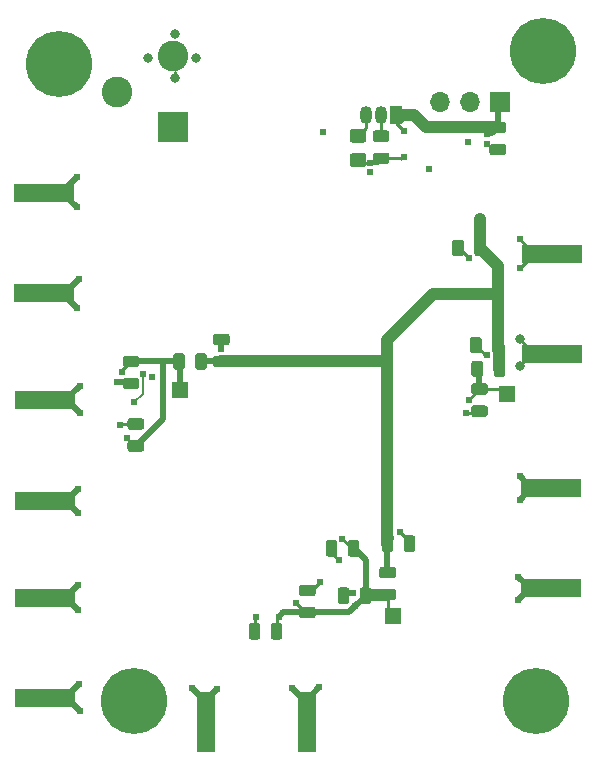
<source format=gbr>
G04 #@! TF.GenerationSoftware,KiCad,Pcbnew,(5.1.5)-3*
G04 #@! TF.CreationDate,2020-05-10T15:52:49-07:00*
G04 #@! TF.ProjectId,april_proj,61707269-6c5f-4707-926f-6a2e6b696361,rev?*
G04 #@! TF.SameCoordinates,Original*
G04 #@! TF.FileFunction,Copper,L4,Bot*
G04 #@! TF.FilePolarity,Positive*
%FSLAX46Y46*%
G04 Gerber Fmt 4.6, Leading zero omitted, Abs format (unit mm)*
G04 Created by KiCad (PCBNEW (5.1.5)-3) date 2020-05-10 15:52:49*
%MOMM*%
%LPD*%
G04 APERTURE LIST*
%ADD10C,5.599999*%
%ADD11R,1.500000X5.080000*%
%ADD12C,0.100000*%
%ADD13R,5.080000X1.500000*%
%ADD14R,1.350000X1.350000*%
%ADD15O,1.700000X1.700000*%
%ADD16R,1.700000X1.700000*%
%ADD17R,0.500000X0.500000*%
%ADD18C,2.600000*%
%ADD19R,2.600000X2.600000*%
%ADD20O,1.050000X1.500000*%
%ADD21R,1.050000X1.500000*%
%ADD22C,0.609600*%
%ADD23C,0.800000*%
%ADD24C,0.250000*%
%ADD25C,0.293370*%
%ADD26C,0.500000*%
%ADD27C,1.000000*%
%ADD28C,0.146812*%
G04 APERTURE END LIST*
D10*
X74950000Y-23875000D03*
X40375000Y-78875000D03*
X74375000Y-78875000D03*
X33975000Y-24925000D03*
D11*
X54975000Y-80625000D03*
X46475000Y-80625000D03*
G04 #@! TA.AperFunction,SMDPad,CuDef*
D12*
G36*
X40980142Y-54926174D02*
G01*
X41003803Y-54929684D01*
X41027007Y-54935496D01*
X41049529Y-54943554D01*
X41071153Y-54953782D01*
X41091670Y-54966079D01*
X41110883Y-54980329D01*
X41128607Y-54996393D01*
X41144671Y-55014117D01*
X41158921Y-55033330D01*
X41171218Y-55053847D01*
X41181446Y-55075471D01*
X41189504Y-55097993D01*
X41195316Y-55121197D01*
X41198826Y-55144858D01*
X41200000Y-55168750D01*
X41200000Y-55656250D01*
X41198826Y-55680142D01*
X41195316Y-55703803D01*
X41189504Y-55727007D01*
X41181446Y-55749529D01*
X41171218Y-55771153D01*
X41158921Y-55791670D01*
X41144671Y-55810883D01*
X41128607Y-55828607D01*
X41110883Y-55844671D01*
X41091670Y-55858921D01*
X41071153Y-55871218D01*
X41049529Y-55881446D01*
X41027007Y-55889504D01*
X41003803Y-55895316D01*
X40980142Y-55898826D01*
X40956250Y-55900000D01*
X40043750Y-55900000D01*
X40019858Y-55898826D01*
X39996197Y-55895316D01*
X39972993Y-55889504D01*
X39950471Y-55881446D01*
X39928847Y-55871218D01*
X39908330Y-55858921D01*
X39889117Y-55844671D01*
X39871393Y-55828607D01*
X39855329Y-55810883D01*
X39841079Y-55791670D01*
X39828782Y-55771153D01*
X39818554Y-55749529D01*
X39810496Y-55727007D01*
X39804684Y-55703803D01*
X39801174Y-55680142D01*
X39800000Y-55656250D01*
X39800000Y-55168750D01*
X39801174Y-55144858D01*
X39804684Y-55121197D01*
X39810496Y-55097993D01*
X39818554Y-55075471D01*
X39828782Y-55053847D01*
X39841079Y-55033330D01*
X39855329Y-55014117D01*
X39871393Y-54996393D01*
X39889117Y-54980329D01*
X39908330Y-54966079D01*
X39928847Y-54953782D01*
X39950471Y-54943554D01*
X39972993Y-54935496D01*
X39996197Y-54929684D01*
X40019858Y-54926174D01*
X40043750Y-54925000D01*
X40956250Y-54925000D01*
X40980142Y-54926174D01*
G37*
G04 #@! TD.AperFunction*
G04 #@! TA.AperFunction,SMDPad,CuDef*
G36*
X40980142Y-56801174D02*
G01*
X41003803Y-56804684D01*
X41027007Y-56810496D01*
X41049529Y-56818554D01*
X41071153Y-56828782D01*
X41091670Y-56841079D01*
X41110883Y-56855329D01*
X41128607Y-56871393D01*
X41144671Y-56889117D01*
X41158921Y-56908330D01*
X41171218Y-56928847D01*
X41181446Y-56950471D01*
X41189504Y-56972993D01*
X41195316Y-56996197D01*
X41198826Y-57019858D01*
X41200000Y-57043750D01*
X41200000Y-57531250D01*
X41198826Y-57555142D01*
X41195316Y-57578803D01*
X41189504Y-57602007D01*
X41181446Y-57624529D01*
X41171218Y-57646153D01*
X41158921Y-57666670D01*
X41144671Y-57685883D01*
X41128607Y-57703607D01*
X41110883Y-57719671D01*
X41091670Y-57733921D01*
X41071153Y-57746218D01*
X41049529Y-57756446D01*
X41027007Y-57764504D01*
X41003803Y-57770316D01*
X40980142Y-57773826D01*
X40956250Y-57775000D01*
X40043750Y-57775000D01*
X40019858Y-57773826D01*
X39996197Y-57770316D01*
X39972993Y-57764504D01*
X39950471Y-57756446D01*
X39928847Y-57746218D01*
X39908330Y-57733921D01*
X39889117Y-57719671D01*
X39871393Y-57703607D01*
X39855329Y-57685883D01*
X39841079Y-57666670D01*
X39828782Y-57646153D01*
X39818554Y-57624529D01*
X39810496Y-57602007D01*
X39804684Y-57578803D01*
X39801174Y-57555142D01*
X39800000Y-57531250D01*
X39800000Y-57043750D01*
X39801174Y-57019858D01*
X39804684Y-56996197D01*
X39810496Y-56972993D01*
X39818554Y-56950471D01*
X39828782Y-56928847D01*
X39841079Y-56908330D01*
X39855329Y-56889117D01*
X39871393Y-56871393D01*
X39889117Y-56855329D01*
X39908330Y-56841079D01*
X39928847Y-56828782D01*
X39950471Y-56818554D01*
X39972993Y-56810496D01*
X39996197Y-56804684D01*
X40019858Y-56801174D01*
X40043750Y-56800000D01*
X40956250Y-56800000D01*
X40980142Y-56801174D01*
G37*
G04 #@! TD.AperFunction*
D13*
X32825000Y-78625000D03*
X32825000Y-70125000D03*
G04 #@! TA.AperFunction,SMDPad,CuDef*
D12*
G36*
X50830142Y-72276174D02*
G01*
X50853803Y-72279684D01*
X50877007Y-72285496D01*
X50899529Y-72293554D01*
X50921153Y-72303782D01*
X50941670Y-72316079D01*
X50960883Y-72330329D01*
X50978607Y-72346393D01*
X50994671Y-72364117D01*
X51008921Y-72383330D01*
X51021218Y-72403847D01*
X51031446Y-72425471D01*
X51039504Y-72447993D01*
X51045316Y-72471197D01*
X51048826Y-72494858D01*
X51050000Y-72518750D01*
X51050000Y-73431250D01*
X51048826Y-73455142D01*
X51045316Y-73478803D01*
X51039504Y-73502007D01*
X51031446Y-73524529D01*
X51021218Y-73546153D01*
X51008921Y-73566670D01*
X50994671Y-73585883D01*
X50978607Y-73603607D01*
X50960883Y-73619671D01*
X50941670Y-73633921D01*
X50921153Y-73646218D01*
X50899529Y-73656446D01*
X50877007Y-73664504D01*
X50853803Y-73670316D01*
X50830142Y-73673826D01*
X50806250Y-73675000D01*
X50318750Y-73675000D01*
X50294858Y-73673826D01*
X50271197Y-73670316D01*
X50247993Y-73664504D01*
X50225471Y-73656446D01*
X50203847Y-73646218D01*
X50183330Y-73633921D01*
X50164117Y-73619671D01*
X50146393Y-73603607D01*
X50130329Y-73585883D01*
X50116079Y-73566670D01*
X50103782Y-73546153D01*
X50093554Y-73524529D01*
X50085496Y-73502007D01*
X50079684Y-73478803D01*
X50076174Y-73455142D01*
X50075000Y-73431250D01*
X50075000Y-72518750D01*
X50076174Y-72494858D01*
X50079684Y-72471197D01*
X50085496Y-72447993D01*
X50093554Y-72425471D01*
X50103782Y-72403847D01*
X50116079Y-72383330D01*
X50130329Y-72364117D01*
X50146393Y-72346393D01*
X50164117Y-72330329D01*
X50183330Y-72316079D01*
X50203847Y-72303782D01*
X50225471Y-72293554D01*
X50247993Y-72285496D01*
X50271197Y-72279684D01*
X50294858Y-72276174D01*
X50318750Y-72275000D01*
X50806250Y-72275000D01*
X50830142Y-72276174D01*
G37*
G04 #@! TD.AperFunction*
G04 #@! TA.AperFunction,SMDPad,CuDef*
G36*
X52705142Y-72276174D02*
G01*
X52728803Y-72279684D01*
X52752007Y-72285496D01*
X52774529Y-72293554D01*
X52796153Y-72303782D01*
X52816670Y-72316079D01*
X52835883Y-72330329D01*
X52853607Y-72346393D01*
X52869671Y-72364117D01*
X52883921Y-72383330D01*
X52896218Y-72403847D01*
X52906446Y-72425471D01*
X52914504Y-72447993D01*
X52920316Y-72471197D01*
X52923826Y-72494858D01*
X52925000Y-72518750D01*
X52925000Y-73431250D01*
X52923826Y-73455142D01*
X52920316Y-73478803D01*
X52914504Y-73502007D01*
X52906446Y-73524529D01*
X52896218Y-73546153D01*
X52883921Y-73566670D01*
X52869671Y-73585883D01*
X52853607Y-73603607D01*
X52835883Y-73619671D01*
X52816670Y-73633921D01*
X52796153Y-73646218D01*
X52774529Y-73656446D01*
X52752007Y-73664504D01*
X52728803Y-73670316D01*
X52705142Y-73673826D01*
X52681250Y-73675000D01*
X52193750Y-73675000D01*
X52169858Y-73673826D01*
X52146197Y-73670316D01*
X52122993Y-73664504D01*
X52100471Y-73656446D01*
X52078847Y-73646218D01*
X52058330Y-73633921D01*
X52039117Y-73619671D01*
X52021393Y-73603607D01*
X52005329Y-73585883D01*
X51991079Y-73566670D01*
X51978782Y-73546153D01*
X51968554Y-73524529D01*
X51960496Y-73502007D01*
X51954684Y-73478803D01*
X51951174Y-73455142D01*
X51950000Y-73431250D01*
X51950000Y-72518750D01*
X51951174Y-72494858D01*
X51954684Y-72471197D01*
X51960496Y-72447993D01*
X51968554Y-72425471D01*
X51978782Y-72403847D01*
X51991079Y-72383330D01*
X52005329Y-72364117D01*
X52021393Y-72346393D01*
X52039117Y-72330329D01*
X52058330Y-72316079D01*
X52078847Y-72303782D01*
X52100471Y-72293554D01*
X52122993Y-72285496D01*
X52146197Y-72279684D01*
X52169858Y-72276174D01*
X52193750Y-72275000D01*
X52681250Y-72275000D01*
X52705142Y-72276174D01*
G37*
G04 #@! TD.AperFunction*
D14*
X71950000Y-52900000D03*
X62300000Y-71700000D03*
X44225000Y-52550000D03*
D15*
X66295000Y-28125000D03*
X68835000Y-28125000D03*
D16*
X71375000Y-28125000D03*
D13*
X32750000Y-44325000D03*
X32750000Y-35825000D03*
D17*
X63175000Y-30600000D03*
X63175000Y-32800000D03*
D13*
X75700000Y-69350000D03*
X75700000Y-60850000D03*
G04 #@! TA.AperFunction,SMDPad,CuDef*
D12*
G36*
X71630142Y-29813674D02*
G01*
X71653803Y-29817184D01*
X71677007Y-29822996D01*
X71699529Y-29831054D01*
X71721153Y-29841282D01*
X71741670Y-29853579D01*
X71760883Y-29867829D01*
X71778607Y-29883893D01*
X71794671Y-29901617D01*
X71808921Y-29920830D01*
X71821218Y-29941347D01*
X71831446Y-29962971D01*
X71839504Y-29985493D01*
X71845316Y-30008697D01*
X71848826Y-30032358D01*
X71850000Y-30056250D01*
X71850000Y-30543750D01*
X71848826Y-30567642D01*
X71845316Y-30591303D01*
X71839504Y-30614507D01*
X71831446Y-30637029D01*
X71821218Y-30658653D01*
X71808921Y-30679170D01*
X71794671Y-30698383D01*
X71778607Y-30716107D01*
X71760883Y-30732171D01*
X71741670Y-30746421D01*
X71721153Y-30758718D01*
X71699529Y-30768946D01*
X71677007Y-30777004D01*
X71653803Y-30782816D01*
X71630142Y-30786326D01*
X71606250Y-30787500D01*
X70693750Y-30787500D01*
X70669858Y-30786326D01*
X70646197Y-30782816D01*
X70622993Y-30777004D01*
X70600471Y-30768946D01*
X70578847Y-30758718D01*
X70558330Y-30746421D01*
X70539117Y-30732171D01*
X70521393Y-30716107D01*
X70505329Y-30698383D01*
X70491079Y-30679170D01*
X70478782Y-30658653D01*
X70468554Y-30637029D01*
X70460496Y-30614507D01*
X70454684Y-30591303D01*
X70451174Y-30567642D01*
X70450000Y-30543750D01*
X70450000Y-30056250D01*
X70451174Y-30032358D01*
X70454684Y-30008697D01*
X70460496Y-29985493D01*
X70468554Y-29962971D01*
X70478782Y-29941347D01*
X70491079Y-29920830D01*
X70505329Y-29901617D01*
X70521393Y-29883893D01*
X70539117Y-29867829D01*
X70558330Y-29853579D01*
X70578847Y-29841282D01*
X70600471Y-29831054D01*
X70622993Y-29822996D01*
X70646197Y-29817184D01*
X70669858Y-29813674D01*
X70693750Y-29812500D01*
X71606250Y-29812500D01*
X71630142Y-29813674D01*
G37*
G04 #@! TD.AperFunction*
G04 #@! TA.AperFunction,SMDPad,CuDef*
G36*
X71630142Y-31688674D02*
G01*
X71653803Y-31692184D01*
X71677007Y-31697996D01*
X71699529Y-31706054D01*
X71721153Y-31716282D01*
X71741670Y-31728579D01*
X71760883Y-31742829D01*
X71778607Y-31758893D01*
X71794671Y-31776617D01*
X71808921Y-31795830D01*
X71821218Y-31816347D01*
X71831446Y-31837971D01*
X71839504Y-31860493D01*
X71845316Y-31883697D01*
X71848826Y-31907358D01*
X71850000Y-31931250D01*
X71850000Y-32418750D01*
X71848826Y-32442642D01*
X71845316Y-32466303D01*
X71839504Y-32489507D01*
X71831446Y-32512029D01*
X71821218Y-32533653D01*
X71808921Y-32554170D01*
X71794671Y-32573383D01*
X71778607Y-32591107D01*
X71760883Y-32607171D01*
X71741670Y-32621421D01*
X71721153Y-32633718D01*
X71699529Y-32643946D01*
X71677007Y-32652004D01*
X71653803Y-32657816D01*
X71630142Y-32661326D01*
X71606250Y-32662500D01*
X70693750Y-32662500D01*
X70669858Y-32661326D01*
X70646197Y-32657816D01*
X70622993Y-32652004D01*
X70600471Y-32643946D01*
X70578847Y-32633718D01*
X70558330Y-32621421D01*
X70539117Y-32607171D01*
X70521393Y-32591107D01*
X70505329Y-32573383D01*
X70491079Y-32554170D01*
X70478782Y-32533653D01*
X70468554Y-32512029D01*
X70460496Y-32489507D01*
X70454684Y-32466303D01*
X70451174Y-32442642D01*
X70450000Y-32418750D01*
X70450000Y-31931250D01*
X70451174Y-31907358D01*
X70454684Y-31883697D01*
X70460496Y-31860493D01*
X70468554Y-31837971D01*
X70478782Y-31816347D01*
X70491079Y-31795830D01*
X70505329Y-31776617D01*
X70521393Y-31758893D01*
X70539117Y-31742829D01*
X70558330Y-31728579D01*
X70578847Y-31716282D01*
X70600471Y-31706054D01*
X70622993Y-31697996D01*
X70646197Y-31692184D01*
X70669858Y-31688674D01*
X70693750Y-31687500D01*
X71606250Y-31687500D01*
X71630142Y-31688674D01*
G37*
G04 #@! TD.AperFunction*
D13*
X32800000Y-53425000D03*
X32800000Y-61925000D03*
G04 #@! TA.AperFunction,SMDPad,CuDef*
D12*
G36*
X48230142Y-47763674D02*
G01*
X48253803Y-47767184D01*
X48277007Y-47772996D01*
X48299529Y-47781054D01*
X48321153Y-47791282D01*
X48341670Y-47803579D01*
X48360883Y-47817829D01*
X48378607Y-47833893D01*
X48394671Y-47851617D01*
X48408921Y-47870830D01*
X48421218Y-47891347D01*
X48431446Y-47912971D01*
X48439504Y-47935493D01*
X48445316Y-47958697D01*
X48448826Y-47982358D01*
X48450000Y-48006250D01*
X48450000Y-48493750D01*
X48448826Y-48517642D01*
X48445316Y-48541303D01*
X48439504Y-48564507D01*
X48431446Y-48587029D01*
X48421218Y-48608653D01*
X48408921Y-48629170D01*
X48394671Y-48648383D01*
X48378607Y-48666107D01*
X48360883Y-48682171D01*
X48341670Y-48696421D01*
X48321153Y-48708718D01*
X48299529Y-48718946D01*
X48277007Y-48727004D01*
X48253803Y-48732816D01*
X48230142Y-48736326D01*
X48206250Y-48737500D01*
X47293750Y-48737500D01*
X47269858Y-48736326D01*
X47246197Y-48732816D01*
X47222993Y-48727004D01*
X47200471Y-48718946D01*
X47178847Y-48708718D01*
X47158330Y-48696421D01*
X47139117Y-48682171D01*
X47121393Y-48666107D01*
X47105329Y-48648383D01*
X47091079Y-48629170D01*
X47078782Y-48608653D01*
X47068554Y-48587029D01*
X47060496Y-48564507D01*
X47054684Y-48541303D01*
X47051174Y-48517642D01*
X47050000Y-48493750D01*
X47050000Y-48006250D01*
X47051174Y-47982358D01*
X47054684Y-47958697D01*
X47060496Y-47935493D01*
X47068554Y-47912971D01*
X47078782Y-47891347D01*
X47091079Y-47870830D01*
X47105329Y-47851617D01*
X47121393Y-47833893D01*
X47139117Y-47817829D01*
X47158330Y-47803579D01*
X47178847Y-47791282D01*
X47200471Y-47781054D01*
X47222993Y-47772996D01*
X47246197Y-47767184D01*
X47269858Y-47763674D01*
X47293750Y-47762500D01*
X48206250Y-47762500D01*
X48230142Y-47763674D01*
G37*
G04 #@! TD.AperFunction*
G04 #@! TA.AperFunction,SMDPad,CuDef*
G36*
X48230142Y-49638674D02*
G01*
X48253803Y-49642184D01*
X48277007Y-49647996D01*
X48299529Y-49656054D01*
X48321153Y-49666282D01*
X48341670Y-49678579D01*
X48360883Y-49692829D01*
X48378607Y-49708893D01*
X48394671Y-49726617D01*
X48408921Y-49745830D01*
X48421218Y-49766347D01*
X48431446Y-49787971D01*
X48439504Y-49810493D01*
X48445316Y-49833697D01*
X48448826Y-49857358D01*
X48450000Y-49881250D01*
X48450000Y-50368750D01*
X48448826Y-50392642D01*
X48445316Y-50416303D01*
X48439504Y-50439507D01*
X48431446Y-50462029D01*
X48421218Y-50483653D01*
X48408921Y-50504170D01*
X48394671Y-50523383D01*
X48378607Y-50541107D01*
X48360883Y-50557171D01*
X48341670Y-50571421D01*
X48321153Y-50583718D01*
X48299529Y-50593946D01*
X48277007Y-50602004D01*
X48253803Y-50607816D01*
X48230142Y-50611326D01*
X48206250Y-50612500D01*
X47293750Y-50612500D01*
X47269858Y-50611326D01*
X47246197Y-50607816D01*
X47222993Y-50602004D01*
X47200471Y-50593946D01*
X47178847Y-50583718D01*
X47158330Y-50571421D01*
X47139117Y-50557171D01*
X47121393Y-50541107D01*
X47105329Y-50523383D01*
X47091079Y-50504170D01*
X47078782Y-50483653D01*
X47068554Y-50462029D01*
X47060496Y-50439507D01*
X47054684Y-50416303D01*
X47051174Y-50392642D01*
X47050000Y-50368750D01*
X47050000Y-49881250D01*
X47051174Y-49857358D01*
X47054684Y-49833697D01*
X47060496Y-49810493D01*
X47068554Y-49787971D01*
X47078782Y-49766347D01*
X47091079Y-49745830D01*
X47105329Y-49726617D01*
X47121393Y-49708893D01*
X47139117Y-49692829D01*
X47158330Y-49678579D01*
X47178847Y-49666282D01*
X47200471Y-49656054D01*
X47222993Y-49647996D01*
X47246197Y-49642184D01*
X47269858Y-49638674D01*
X47293750Y-49637500D01*
X48206250Y-49637500D01*
X48230142Y-49638674D01*
G37*
G04 #@! TD.AperFunction*
G04 #@! TA.AperFunction,SMDPad,CuDef*
G36*
X69567642Y-48051174D02*
G01*
X69591303Y-48054684D01*
X69614507Y-48060496D01*
X69637029Y-48068554D01*
X69658653Y-48078782D01*
X69679170Y-48091079D01*
X69698383Y-48105329D01*
X69716107Y-48121393D01*
X69732171Y-48139117D01*
X69746421Y-48158330D01*
X69758718Y-48178847D01*
X69768946Y-48200471D01*
X69777004Y-48222993D01*
X69782816Y-48246197D01*
X69786326Y-48269858D01*
X69787500Y-48293750D01*
X69787500Y-49206250D01*
X69786326Y-49230142D01*
X69782816Y-49253803D01*
X69777004Y-49277007D01*
X69768946Y-49299529D01*
X69758718Y-49321153D01*
X69746421Y-49341670D01*
X69732171Y-49360883D01*
X69716107Y-49378607D01*
X69698383Y-49394671D01*
X69679170Y-49408921D01*
X69658653Y-49421218D01*
X69637029Y-49431446D01*
X69614507Y-49439504D01*
X69591303Y-49445316D01*
X69567642Y-49448826D01*
X69543750Y-49450000D01*
X69056250Y-49450000D01*
X69032358Y-49448826D01*
X69008697Y-49445316D01*
X68985493Y-49439504D01*
X68962971Y-49431446D01*
X68941347Y-49421218D01*
X68920830Y-49408921D01*
X68901617Y-49394671D01*
X68883893Y-49378607D01*
X68867829Y-49360883D01*
X68853579Y-49341670D01*
X68841282Y-49321153D01*
X68831054Y-49299529D01*
X68822996Y-49277007D01*
X68817184Y-49253803D01*
X68813674Y-49230142D01*
X68812500Y-49206250D01*
X68812500Y-48293750D01*
X68813674Y-48269858D01*
X68817184Y-48246197D01*
X68822996Y-48222993D01*
X68831054Y-48200471D01*
X68841282Y-48178847D01*
X68853579Y-48158330D01*
X68867829Y-48139117D01*
X68883893Y-48121393D01*
X68901617Y-48105329D01*
X68920830Y-48091079D01*
X68941347Y-48078782D01*
X68962971Y-48068554D01*
X68985493Y-48060496D01*
X69008697Y-48054684D01*
X69032358Y-48051174D01*
X69056250Y-48050000D01*
X69543750Y-48050000D01*
X69567642Y-48051174D01*
G37*
G04 #@! TD.AperFunction*
G04 #@! TA.AperFunction,SMDPad,CuDef*
G36*
X71442642Y-48051174D02*
G01*
X71466303Y-48054684D01*
X71489507Y-48060496D01*
X71512029Y-48068554D01*
X71533653Y-48078782D01*
X71554170Y-48091079D01*
X71573383Y-48105329D01*
X71591107Y-48121393D01*
X71607171Y-48139117D01*
X71621421Y-48158330D01*
X71633718Y-48178847D01*
X71643946Y-48200471D01*
X71652004Y-48222993D01*
X71657816Y-48246197D01*
X71661326Y-48269858D01*
X71662500Y-48293750D01*
X71662500Y-49206250D01*
X71661326Y-49230142D01*
X71657816Y-49253803D01*
X71652004Y-49277007D01*
X71643946Y-49299529D01*
X71633718Y-49321153D01*
X71621421Y-49341670D01*
X71607171Y-49360883D01*
X71591107Y-49378607D01*
X71573383Y-49394671D01*
X71554170Y-49408921D01*
X71533653Y-49421218D01*
X71512029Y-49431446D01*
X71489507Y-49439504D01*
X71466303Y-49445316D01*
X71442642Y-49448826D01*
X71418750Y-49450000D01*
X70931250Y-49450000D01*
X70907358Y-49448826D01*
X70883697Y-49445316D01*
X70860493Y-49439504D01*
X70837971Y-49431446D01*
X70816347Y-49421218D01*
X70795830Y-49408921D01*
X70776617Y-49394671D01*
X70758893Y-49378607D01*
X70742829Y-49360883D01*
X70728579Y-49341670D01*
X70716282Y-49321153D01*
X70706054Y-49299529D01*
X70697996Y-49277007D01*
X70692184Y-49253803D01*
X70688674Y-49230142D01*
X70687500Y-49206250D01*
X70687500Y-48293750D01*
X70688674Y-48269858D01*
X70692184Y-48246197D01*
X70697996Y-48222993D01*
X70706054Y-48200471D01*
X70716282Y-48178847D01*
X70728579Y-48158330D01*
X70742829Y-48139117D01*
X70758893Y-48121393D01*
X70776617Y-48105329D01*
X70795830Y-48091079D01*
X70816347Y-48078782D01*
X70837971Y-48068554D01*
X70860493Y-48060496D01*
X70883697Y-48054684D01*
X70907358Y-48051174D01*
X70931250Y-48050000D01*
X71418750Y-48050000D01*
X71442642Y-48051174D01*
G37*
G04 #@! TD.AperFunction*
G04 #@! TA.AperFunction,SMDPad,CuDef*
G36*
X63942642Y-64851174D02*
G01*
X63966303Y-64854684D01*
X63989507Y-64860496D01*
X64012029Y-64868554D01*
X64033653Y-64878782D01*
X64054170Y-64891079D01*
X64073383Y-64905329D01*
X64091107Y-64921393D01*
X64107171Y-64939117D01*
X64121421Y-64958330D01*
X64133718Y-64978847D01*
X64143946Y-65000471D01*
X64152004Y-65022993D01*
X64157816Y-65046197D01*
X64161326Y-65069858D01*
X64162500Y-65093750D01*
X64162500Y-66006250D01*
X64161326Y-66030142D01*
X64157816Y-66053803D01*
X64152004Y-66077007D01*
X64143946Y-66099529D01*
X64133718Y-66121153D01*
X64121421Y-66141670D01*
X64107171Y-66160883D01*
X64091107Y-66178607D01*
X64073383Y-66194671D01*
X64054170Y-66208921D01*
X64033653Y-66221218D01*
X64012029Y-66231446D01*
X63989507Y-66239504D01*
X63966303Y-66245316D01*
X63942642Y-66248826D01*
X63918750Y-66250000D01*
X63431250Y-66250000D01*
X63407358Y-66248826D01*
X63383697Y-66245316D01*
X63360493Y-66239504D01*
X63337971Y-66231446D01*
X63316347Y-66221218D01*
X63295830Y-66208921D01*
X63276617Y-66194671D01*
X63258893Y-66178607D01*
X63242829Y-66160883D01*
X63228579Y-66141670D01*
X63216282Y-66121153D01*
X63206054Y-66099529D01*
X63197996Y-66077007D01*
X63192184Y-66053803D01*
X63188674Y-66030142D01*
X63187500Y-66006250D01*
X63187500Y-65093750D01*
X63188674Y-65069858D01*
X63192184Y-65046197D01*
X63197996Y-65022993D01*
X63206054Y-65000471D01*
X63216282Y-64978847D01*
X63228579Y-64958330D01*
X63242829Y-64939117D01*
X63258893Y-64921393D01*
X63276617Y-64905329D01*
X63295830Y-64891079D01*
X63316347Y-64878782D01*
X63337971Y-64868554D01*
X63360493Y-64860496D01*
X63383697Y-64854684D01*
X63407358Y-64851174D01*
X63431250Y-64850000D01*
X63918750Y-64850000D01*
X63942642Y-64851174D01*
G37*
G04 #@! TD.AperFunction*
G04 #@! TA.AperFunction,SMDPad,CuDef*
G36*
X62067642Y-64851174D02*
G01*
X62091303Y-64854684D01*
X62114507Y-64860496D01*
X62137029Y-64868554D01*
X62158653Y-64878782D01*
X62179170Y-64891079D01*
X62198383Y-64905329D01*
X62216107Y-64921393D01*
X62232171Y-64939117D01*
X62246421Y-64958330D01*
X62258718Y-64978847D01*
X62268946Y-65000471D01*
X62277004Y-65022993D01*
X62282816Y-65046197D01*
X62286326Y-65069858D01*
X62287500Y-65093750D01*
X62287500Y-66006250D01*
X62286326Y-66030142D01*
X62282816Y-66053803D01*
X62277004Y-66077007D01*
X62268946Y-66099529D01*
X62258718Y-66121153D01*
X62246421Y-66141670D01*
X62232171Y-66160883D01*
X62216107Y-66178607D01*
X62198383Y-66194671D01*
X62179170Y-66208921D01*
X62158653Y-66221218D01*
X62137029Y-66231446D01*
X62114507Y-66239504D01*
X62091303Y-66245316D01*
X62067642Y-66248826D01*
X62043750Y-66250000D01*
X61556250Y-66250000D01*
X61532358Y-66248826D01*
X61508697Y-66245316D01*
X61485493Y-66239504D01*
X61462971Y-66231446D01*
X61441347Y-66221218D01*
X61420830Y-66208921D01*
X61401617Y-66194671D01*
X61383893Y-66178607D01*
X61367829Y-66160883D01*
X61353579Y-66141670D01*
X61341282Y-66121153D01*
X61331054Y-66099529D01*
X61322996Y-66077007D01*
X61317184Y-66053803D01*
X61313674Y-66030142D01*
X61312500Y-66006250D01*
X61312500Y-65093750D01*
X61313674Y-65069858D01*
X61317184Y-65046197D01*
X61322996Y-65022993D01*
X61331054Y-65000471D01*
X61341282Y-64978847D01*
X61353579Y-64958330D01*
X61367829Y-64939117D01*
X61383893Y-64921393D01*
X61401617Y-64905329D01*
X61420830Y-64891079D01*
X61441347Y-64878782D01*
X61462971Y-64868554D01*
X61485493Y-64860496D01*
X61508697Y-64854684D01*
X61532358Y-64851174D01*
X61556250Y-64850000D01*
X62043750Y-64850000D01*
X62067642Y-64851174D01*
G37*
G04 #@! TD.AperFunction*
G04 #@! TA.AperFunction,SMDPad,CuDef*
G36*
X40580142Y-51501174D02*
G01*
X40603803Y-51504684D01*
X40627007Y-51510496D01*
X40649529Y-51518554D01*
X40671153Y-51528782D01*
X40691670Y-51541079D01*
X40710883Y-51555329D01*
X40728607Y-51571393D01*
X40744671Y-51589117D01*
X40758921Y-51608330D01*
X40771218Y-51628847D01*
X40781446Y-51650471D01*
X40789504Y-51672993D01*
X40795316Y-51696197D01*
X40798826Y-51719858D01*
X40800000Y-51743750D01*
X40800000Y-52231250D01*
X40798826Y-52255142D01*
X40795316Y-52278803D01*
X40789504Y-52302007D01*
X40781446Y-52324529D01*
X40771218Y-52346153D01*
X40758921Y-52366670D01*
X40744671Y-52385883D01*
X40728607Y-52403607D01*
X40710883Y-52419671D01*
X40691670Y-52433921D01*
X40671153Y-52446218D01*
X40649529Y-52456446D01*
X40627007Y-52464504D01*
X40603803Y-52470316D01*
X40580142Y-52473826D01*
X40556250Y-52475000D01*
X39643750Y-52475000D01*
X39619858Y-52473826D01*
X39596197Y-52470316D01*
X39572993Y-52464504D01*
X39550471Y-52456446D01*
X39528847Y-52446218D01*
X39508330Y-52433921D01*
X39489117Y-52419671D01*
X39471393Y-52403607D01*
X39455329Y-52385883D01*
X39441079Y-52366670D01*
X39428782Y-52346153D01*
X39418554Y-52324529D01*
X39410496Y-52302007D01*
X39404684Y-52278803D01*
X39401174Y-52255142D01*
X39400000Y-52231250D01*
X39400000Y-51743750D01*
X39401174Y-51719858D01*
X39404684Y-51696197D01*
X39410496Y-51672993D01*
X39418554Y-51650471D01*
X39428782Y-51628847D01*
X39441079Y-51608330D01*
X39455329Y-51589117D01*
X39471393Y-51571393D01*
X39489117Y-51555329D01*
X39508330Y-51541079D01*
X39528847Y-51528782D01*
X39550471Y-51518554D01*
X39572993Y-51510496D01*
X39596197Y-51504684D01*
X39619858Y-51501174D01*
X39643750Y-51500000D01*
X40556250Y-51500000D01*
X40580142Y-51501174D01*
G37*
G04 #@! TD.AperFunction*
G04 #@! TA.AperFunction,SMDPad,CuDef*
G36*
X40580142Y-49626174D02*
G01*
X40603803Y-49629684D01*
X40627007Y-49635496D01*
X40649529Y-49643554D01*
X40671153Y-49653782D01*
X40691670Y-49666079D01*
X40710883Y-49680329D01*
X40728607Y-49696393D01*
X40744671Y-49714117D01*
X40758921Y-49733330D01*
X40771218Y-49753847D01*
X40781446Y-49775471D01*
X40789504Y-49797993D01*
X40795316Y-49821197D01*
X40798826Y-49844858D01*
X40800000Y-49868750D01*
X40800000Y-50356250D01*
X40798826Y-50380142D01*
X40795316Y-50403803D01*
X40789504Y-50427007D01*
X40781446Y-50449529D01*
X40771218Y-50471153D01*
X40758921Y-50491670D01*
X40744671Y-50510883D01*
X40728607Y-50528607D01*
X40710883Y-50544671D01*
X40691670Y-50558921D01*
X40671153Y-50571218D01*
X40649529Y-50581446D01*
X40627007Y-50589504D01*
X40603803Y-50595316D01*
X40580142Y-50598826D01*
X40556250Y-50600000D01*
X39643750Y-50600000D01*
X39619858Y-50598826D01*
X39596197Y-50595316D01*
X39572993Y-50589504D01*
X39550471Y-50581446D01*
X39528847Y-50571218D01*
X39508330Y-50558921D01*
X39489117Y-50544671D01*
X39471393Y-50528607D01*
X39455329Y-50510883D01*
X39441079Y-50491670D01*
X39428782Y-50471153D01*
X39418554Y-50449529D01*
X39410496Y-50427007D01*
X39404684Y-50403803D01*
X39401174Y-50380142D01*
X39400000Y-50356250D01*
X39400000Y-49868750D01*
X39401174Y-49844858D01*
X39404684Y-49821197D01*
X39410496Y-49797993D01*
X39418554Y-49775471D01*
X39428782Y-49753847D01*
X39441079Y-49733330D01*
X39455329Y-49714117D01*
X39471393Y-49696393D01*
X39489117Y-49680329D01*
X39508330Y-49666079D01*
X39528847Y-49653782D01*
X39550471Y-49643554D01*
X39572993Y-49635496D01*
X39596197Y-49629684D01*
X39619858Y-49626174D01*
X39643750Y-49625000D01*
X40556250Y-49625000D01*
X40580142Y-49626174D01*
G37*
G04 #@! TD.AperFunction*
G04 #@! TA.AperFunction,SMDPad,CuDef*
G36*
X59216969Y-65257240D02*
G01*
X59240630Y-65260750D01*
X59263834Y-65266562D01*
X59286356Y-65274620D01*
X59307980Y-65284848D01*
X59328497Y-65297145D01*
X59347710Y-65311395D01*
X59365434Y-65327459D01*
X59381498Y-65345183D01*
X59395748Y-65364396D01*
X59408045Y-65384913D01*
X59418273Y-65406537D01*
X59426331Y-65429059D01*
X59432143Y-65452263D01*
X59435653Y-65475924D01*
X59436827Y-65499816D01*
X59436827Y-66412316D01*
X59435653Y-66436208D01*
X59432143Y-66459869D01*
X59426331Y-66483073D01*
X59418273Y-66505595D01*
X59408045Y-66527219D01*
X59395748Y-66547736D01*
X59381498Y-66566949D01*
X59365434Y-66584673D01*
X59347710Y-66600737D01*
X59328497Y-66614987D01*
X59307980Y-66627284D01*
X59286356Y-66637512D01*
X59263834Y-66645570D01*
X59240630Y-66651382D01*
X59216969Y-66654892D01*
X59193077Y-66656066D01*
X58705577Y-66656066D01*
X58681685Y-66654892D01*
X58658024Y-66651382D01*
X58634820Y-66645570D01*
X58612298Y-66637512D01*
X58590674Y-66627284D01*
X58570157Y-66614987D01*
X58550944Y-66600737D01*
X58533220Y-66584673D01*
X58517156Y-66566949D01*
X58502906Y-66547736D01*
X58490609Y-66527219D01*
X58480381Y-66505595D01*
X58472323Y-66483073D01*
X58466511Y-66459869D01*
X58463001Y-66436208D01*
X58461827Y-66412316D01*
X58461827Y-65499816D01*
X58463001Y-65475924D01*
X58466511Y-65452263D01*
X58472323Y-65429059D01*
X58480381Y-65406537D01*
X58490609Y-65384913D01*
X58502906Y-65364396D01*
X58517156Y-65345183D01*
X58533220Y-65327459D01*
X58550944Y-65311395D01*
X58570157Y-65297145D01*
X58590674Y-65284848D01*
X58612298Y-65274620D01*
X58634820Y-65266562D01*
X58658024Y-65260750D01*
X58681685Y-65257240D01*
X58705577Y-65256066D01*
X59193077Y-65256066D01*
X59216969Y-65257240D01*
G37*
G04 #@! TD.AperFunction*
G04 #@! TA.AperFunction,SMDPad,CuDef*
G36*
X57341969Y-65257240D02*
G01*
X57365630Y-65260750D01*
X57388834Y-65266562D01*
X57411356Y-65274620D01*
X57432980Y-65284848D01*
X57453497Y-65297145D01*
X57472710Y-65311395D01*
X57490434Y-65327459D01*
X57506498Y-65345183D01*
X57520748Y-65364396D01*
X57533045Y-65384913D01*
X57543273Y-65406537D01*
X57551331Y-65429059D01*
X57557143Y-65452263D01*
X57560653Y-65475924D01*
X57561827Y-65499816D01*
X57561827Y-66412316D01*
X57560653Y-66436208D01*
X57557143Y-66459869D01*
X57551331Y-66483073D01*
X57543273Y-66505595D01*
X57533045Y-66527219D01*
X57520748Y-66547736D01*
X57506498Y-66566949D01*
X57490434Y-66584673D01*
X57472710Y-66600737D01*
X57453497Y-66614987D01*
X57432980Y-66627284D01*
X57411356Y-66637512D01*
X57388834Y-66645570D01*
X57365630Y-66651382D01*
X57341969Y-66654892D01*
X57318077Y-66656066D01*
X56830577Y-66656066D01*
X56806685Y-66654892D01*
X56783024Y-66651382D01*
X56759820Y-66645570D01*
X56737298Y-66637512D01*
X56715674Y-66627284D01*
X56695157Y-66614987D01*
X56675944Y-66600737D01*
X56658220Y-66584673D01*
X56642156Y-66566949D01*
X56627906Y-66547736D01*
X56615609Y-66527219D01*
X56605381Y-66505595D01*
X56597323Y-66483073D01*
X56591511Y-66459869D01*
X56588001Y-66436208D01*
X56586827Y-66412316D01*
X56586827Y-65499816D01*
X56588001Y-65475924D01*
X56591511Y-65452263D01*
X56597323Y-65429059D01*
X56605381Y-65406537D01*
X56615609Y-65384913D01*
X56627906Y-65364396D01*
X56642156Y-65345183D01*
X56658220Y-65327459D01*
X56675944Y-65311395D01*
X56695157Y-65297145D01*
X56715674Y-65284848D01*
X56737298Y-65274620D01*
X56759820Y-65266562D01*
X56783024Y-65260750D01*
X56806685Y-65257240D01*
X56830577Y-65256066D01*
X57318077Y-65256066D01*
X57341969Y-65257240D01*
G37*
G04 #@! TD.AperFunction*
G04 #@! TA.AperFunction,SMDPad,CuDef*
G36*
X70080142Y-53851174D02*
G01*
X70103803Y-53854684D01*
X70127007Y-53860496D01*
X70149529Y-53868554D01*
X70171153Y-53878782D01*
X70191670Y-53891079D01*
X70210883Y-53905329D01*
X70228607Y-53921393D01*
X70244671Y-53939117D01*
X70258921Y-53958330D01*
X70271218Y-53978847D01*
X70281446Y-54000471D01*
X70289504Y-54022993D01*
X70295316Y-54046197D01*
X70298826Y-54069858D01*
X70300000Y-54093750D01*
X70300000Y-54581250D01*
X70298826Y-54605142D01*
X70295316Y-54628803D01*
X70289504Y-54652007D01*
X70281446Y-54674529D01*
X70271218Y-54696153D01*
X70258921Y-54716670D01*
X70244671Y-54735883D01*
X70228607Y-54753607D01*
X70210883Y-54769671D01*
X70191670Y-54783921D01*
X70171153Y-54796218D01*
X70149529Y-54806446D01*
X70127007Y-54814504D01*
X70103803Y-54820316D01*
X70080142Y-54823826D01*
X70056250Y-54825000D01*
X69143750Y-54825000D01*
X69119858Y-54823826D01*
X69096197Y-54820316D01*
X69072993Y-54814504D01*
X69050471Y-54806446D01*
X69028847Y-54796218D01*
X69008330Y-54783921D01*
X68989117Y-54769671D01*
X68971393Y-54753607D01*
X68955329Y-54735883D01*
X68941079Y-54716670D01*
X68928782Y-54696153D01*
X68918554Y-54674529D01*
X68910496Y-54652007D01*
X68904684Y-54628803D01*
X68901174Y-54605142D01*
X68900000Y-54581250D01*
X68900000Y-54093750D01*
X68901174Y-54069858D01*
X68904684Y-54046197D01*
X68910496Y-54022993D01*
X68918554Y-54000471D01*
X68928782Y-53978847D01*
X68941079Y-53958330D01*
X68955329Y-53939117D01*
X68971393Y-53921393D01*
X68989117Y-53905329D01*
X69008330Y-53891079D01*
X69028847Y-53878782D01*
X69050471Y-53868554D01*
X69072993Y-53860496D01*
X69096197Y-53854684D01*
X69119858Y-53851174D01*
X69143750Y-53850000D01*
X70056250Y-53850000D01*
X70080142Y-53851174D01*
G37*
G04 #@! TD.AperFunction*
G04 #@! TA.AperFunction,SMDPad,CuDef*
G36*
X70080142Y-51976174D02*
G01*
X70103803Y-51979684D01*
X70127007Y-51985496D01*
X70149529Y-51993554D01*
X70171153Y-52003782D01*
X70191670Y-52016079D01*
X70210883Y-52030329D01*
X70228607Y-52046393D01*
X70244671Y-52064117D01*
X70258921Y-52083330D01*
X70271218Y-52103847D01*
X70281446Y-52125471D01*
X70289504Y-52147993D01*
X70295316Y-52171197D01*
X70298826Y-52194858D01*
X70300000Y-52218750D01*
X70300000Y-52706250D01*
X70298826Y-52730142D01*
X70295316Y-52753803D01*
X70289504Y-52777007D01*
X70281446Y-52799529D01*
X70271218Y-52821153D01*
X70258921Y-52841670D01*
X70244671Y-52860883D01*
X70228607Y-52878607D01*
X70210883Y-52894671D01*
X70191670Y-52908921D01*
X70171153Y-52921218D01*
X70149529Y-52931446D01*
X70127007Y-52939504D01*
X70103803Y-52945316D01*
X70080142Y-52948826D01*
X70056250Y-52950000D01*
X69143750Y-52950000D01*
X69119858Y-52948826D01*
X69096197Y-52945316D01*
X69072993Y-52939504D01*
X69050471Y-52931446D01*
X69028847Y-52921218D01*
X69008330Y-52908921D01*
X68989117Y-52894671D01*
X68971393Y-52878607D01*
X68955329Y-52860883D01*
X68941079Y-52841670D01*
X68928782Y-52821153D01*
X68918554Y-52799529D01*
X68910496Y-52777007D01*
X68904684Y-52753803D01*
X68901174Y-52730142D01*
X68900000Y-52706250D01*
X68900000Y-52218750D01*
X68901174Y-52194858D01*
X68904684Y-52171197D01*
X68910496Y-52147993D01*
X68918554Y-52125471D01*
X68928782Y-52103847D01*
X68941079Y-52083330D01*
X68955329Y-52064117D01*
X68971393Y-52046393D01*
X68989117Y-52030329D01*
X69008330Y-52016079D01*
X69028847Y-52003782D01*
X69050471Y-51993554D01*
X69072993Y-51985496D01*
X69096197Y-51979684D01*
X69119858Y-51976174D01*
X69143750Y-51975000D01*
X70056250Y-51975000D01*
X70080142Y-51976174D01*
G37*
G04 #@! TD.AperFunction*
G04 #@! TA.AperFunction,SMDPad,CuDef*
G36*
X60229469Y-69251174D02*
G01*
X60253130Y-69254684D01*
X60276334Y-69260496D01*
X60298856Y-69268554D01*
X60320480Y-69278782D01*
X60340997Y-69291079D01*
X60360210Y-69305329D01*
X60377934Y-69321393D01*
X60393998Y-69339117D01*
X60408248Y-69358330D01*
X60420545Y-69378847D01*
X60430773Y-69400471D01*
X60438831Y-69422993D01*
X60444643Y-69446197D01*
X60448153Y-69469858D01*
X60449327Y-69493750D01*
X60449327Y-70406250D01*
X60448153Y-70430142D01*
X60444643Y-70453803D01*
X60438831Y-70477007D01*
X60430773Y-70499529D01*
X60420545Y-70521153D01*
X60408248Y-70541670D01*
X60393998Y-70560883D01*
X60377934Y-70578607D01*
X60360210Y-70594671D01*
X60340997Y-70608921D01*
X60320480Y-70621218D01*
X60298856Y-70631446D01*
X60276334Y-70639504D01*
X60253130Y-70645316D01*
X60229469Y-70648826D01*
X60205577Y-70650000D01*
X59718077Y-70650000D01*
X59694185Y-70648826D01*
X59670524Y-70645316D01*
X59647320Y-70639504D01*
X59624798Y-70631446D01*
X59603174Y-70621218D01*
X59582657Y-70608921D01*
X59563444Y-70594671D01*
X59545720Y-70578607D01*
X59529656Y-70560883D01*
X59515406Y-70541670D01*
X59503109Y-70521153D01*
X59492881Y-70499529D01*
X59484823Y-70477007D01*
X59479011Y-70453803D01*
X59475501Y-70430142D01*
X59474327Y-70406250D01*
X59474327Y-69493750D01*
X59475501Y-69469858D01*
X59479011Y-69446197D01*
X59484823Y-69422993D01*
X59492881Y-69400471D01*
X59503109Y-69378847D01*
X59515406Y-69358330D01*
X59529656Y-69339117D01*
X59545720Y-69321393D01*
X59563444Y-69305329D01*
X59582657Y-69291079D01*
X59603174Y-69278782D01*
X59624798Y-69268554D01*
X59647320Y-69260496D01*
X59670524Y-69254684D01*
X59694185Y-69251174D01*
X59718077Y-69250000D01*
X60205577Y-69250000D01*
X60229469Y-69251174D01*
G37*
G04 #@! TD.AperFunction*
G04 #@! TA.AperFunction,SMDPad,CuDef*
G36*
X58354469Y-69251174D02*
G01*
X58378130Y-69254684D01*
X58401334Y-69260496D01*
X58423856Y-69268554D01*
X58445480Y-69278782D01*
X58465997Y-69291079D01*
X58485210Y-69305329D01*
X58502934Y-69321393D01*
X58518998Y-69339117D01*
X58533248Y-69358330D01*
X58545545Y-69378847D01*
X58555773Y-69400471D01*
X58563831Y-69422993D01*
X58569643Y-69446197D01*
X58573153Y-69469858D01*
X58574327Y-69493750D01*
X58574327Y-70406250D01*
X58573153Y-70430142D01*
X58569643Y-70453803D01*
X58563831Y-70477007D01*
X58555773Y-70499529D01*
X58545545Y-70521153D01*
X58533248Y-70541670D01*
X58518998Y-70560883D01*
X58502934Y-70578607D01*
X58485210Y-70594671D01*
X58465997Y-70608921D01*
X58445480Y-70621218D01*
X58423856Y-70631446D01*
X58401334Y-70639504D01*
X58378130Y-70645316D01*
X58354469Y-70648826D01*
X58330577Y-70650000D01*
X57843077Y-70650000D01*
X57819185Y-70648826D01*
X57795524Y-70645316D01*
X57772320Y-70639504D01*
X57749798Y-70631446D01*
X57728174Y-70621218D01*
X57707657Y-70608921D01*
X57688444Y-70594671D01*
X57670720Y-70578607D01*
X57654656Y-70560883D01*
X57640406Y-70541670D01*
X57628109Y-70521153D01*
X57617881Y-70499529D01*
X57609823Y-70477007D01*
X57604011Y-70453803D01*
X57600501Y-70430142D01*
X57599327Y-70406250D01*
X57599327Y-69493750D01*
X57600501Y-69469858D01*
X57604011Y-69446197D01*
X57609823Y-69422993D01*
X57617881Y-69400471D01*
X57628109Y-69378847D01*
X57640406Y-69358330D01*
X57654656Y-69339117D01*
X57670720Y-69321393D01*
X57688444Y-69305329D01*
X57707657Y-69291079D01*
X57728174Y-69278782D01*
X57749798Y-69268554D01*
X57772320Y-69260496D01*
X57795524Y-69254684D01*
X57819185Y-69251174D01*
X57843077Y-69250000D01*
X58330577Y-69250000D01*
X58354469Y-69251174D01*
G37*
G04 #@! TD.AperFunction*
G04 #@! TA.AperFunction,SMDPad,CuDef*
G36*
X55505142Y-69013674D02*
G01*
X55528803Y-69017184D01*
X55552007Y-69022996D01*
X55574529Y-69031054D01*
X55596153Y-69041282D01*
X55616670Y-69053579D01*
X55635883Y-69067829D01*
X55653607Y-69083893D01*
X55669671Y-69101617D01*
X55683921Y-69120830D01*
X55696218Y-69141347D01*
X55706446Y-69162971D01*
X55714504Y-69185493D01*
X55720316Y-69208697D01*
X55723826Y-69232358D01*
X55725000Y-69256250D01*
X55725000Y-69743750D01*
X55723826Y-69767642D01*
X55720316Y-69791303D01*
X55714504Y-69814507D01*
X55706446Y-69837029D01*
X55696218Y-69858653D01*
X55683921Y-69879170D01*
X55669671Y-69898383D01*
X55653607Y-69916107D01*
X55635883Y-69932171D01*
X55616670Y-69946421D01*
X55596153Y-69958718D01*
X55574529Y-69968946D01*
X55552007Y-69977004D01*
X55528803Y-69982816D01*
X55505142Y-69986326D01*
X55481250Y-69987500D01*
X54568750Y-69987500D01*
X54544858Y-69986326D01*
X54521197Y-69982816D01*
X54497993Y-69977004D01*
X54475471Y-69968946D01*
X54453847Y-69958718D01*
X54433330Y-69946421D01*
X54414117Y-69932171D01*
X54396393Y-69916107D01*
X54380329Y-69898383D01*
X54366079Y-69879170D01*
X54353782Y-69858653D01*
X54343554Y-69837029D01*
X54335496Y-69814507D01*
X54329684Y-69791303D01*
X54326174Y-69767642D01*
X54325000Y-69743750D01*
X54325000Y-69256250D01*
X54326174Y-69232358D01*
X54329684Y-69208697D01*
X54335496Y-69185493D01*
X54343554Y-69162971D01*
X54353782Y-69141347D01*
X54366079Y-69120830D01*
X54380329Y-69101617D01*
X54396393Y-69083893D01*
X54414117Y-69067829D01*
X54433330Y-69053579D01*
X54453847Y-69041282D01*
X54475471Y-69031054D01*
X54497993Y-69022996D01*
X54521197Y-69017184D01*
X54544858Y-69013674D01*
X54568750Y-69012500D01*
X55481250Y-69012500D01*
X55505142Y-69013674D01*
G37*
G04 #@! TD.AperFunction*
G04 #@! TA.AperFunction,SMDPad,CuDef*
G36*
X55505142Y-70888674D02*
G01*
X55528803Y-70892184D01*
X55552007Y-70897996D01*
X55574529Y-70906054D01*
X55596153Y-70916282D01*
X55616670Y-70928579D01*
X55635883Y-70942829D01*
X55653607Y-70958893D01*
X55669671Y-70976617D01*
X55683921Y-70995830D01*
X55696218Y-71016347D01*
X55706446Y-71037971D01*
X55714504Y-71060493D01*
X55720316Y-71083697D01*
X55723826Y-71107358D01*
X55725000Y-71131250D01*
X55725000Y-71618750D01*
X55723826Y-71642642D01*
X55720316Y-71666303D01*
X55714504Y-71689507D01*
X55706446Y-71712029D01*
X55696218Y-71733653D01*
X55683921Y-71754170D01*
X55669671Y-71773383D01*
X55653607Y-71791107D01*
X55635883Y-71807171D01*
X55616670Y-71821421D01*
X55596153Y-71833718D01*
X55574529Y-71843946D01*
X55552007Y-71852004D01*
X55528803Y-71857816D01*
X55505142Y-71861326D01*
X55481250Y-71862500D01*
X54568750Y-71862500D01*
X54544858Y-71861326D01*
X54521197Y-71857816D01*
X54497993Y-71852004D01*
X54475471Y-71843946D01*
X54453847Y-71833718D01*
X54433330Y-71821421D01*
X54414117Y-71807171D01*
X54396393Y-71791107D01*
X54380329Y-71773383D01*
X54366079Y-71754170D01*
X54353782Y-71733653D01*
X54343554Y-71712029D01*
X54335496Y-71689507D01*
X54329684Y-71666303D01*
X54326174Y-71642642D01*
X54325000Y-71618750D01*
X54325000Y-71131250D01*
X54326174Y-71107358D01*
X54329684Y-71083697D01*
X54335496Y-71060493D01*
X54343554Y-71037971D01*
X54353782Y-71016347D01*
X54366079Y-70995830D01*
X54380329Y-70976617D01*
X54396393Y-70958893D01*
X54414117Y-70942829D01*
X54433330Y-70928579D01*
X54453847Y-70916282D01*
X54475471Y-70906054D01*
X54497993Y-70897996D01*
X54521197Y-70892184D01*
X54544858Y-70888674D01*
X54568750Y-70887500D01*
X55481250Y-70887500D01*
X55505142Y-70888674D01*
G37*
G04 #@! TD.AperFunction*
G04 #@! TA.AperFunction,SMDPad,CuDef*
G36*
X69930142Y-39811174D02*
G01*
X69953803Y-39814684D01*
X69977007Y-39820496D01*
X69999529Y-39828554D01*
X70021153Y-39838782D01*
X70041670Y-39851079D01*
X70060883Y-39865329D01*
X70078607Y-39881393D01*
X70094671Y-39899117D01*
X70108921Y-39918330D01*
X70121218Y-39938847D01*
X70131446Y-39960471D01*
X70139504Y-39982993D01*
X70145316Y-40006197D01*
X70148826Y-40029858D01*
X70150000Y-40053750D01*
X70150000Y-40966250D01*
X70148826Y-40990142D01*
X70145316Y-41013803D01*
X70139504Y-41037007D01*
X70131446Y-41059529D01*
X70121218Y-41081153D01*
X70108921Y-41101670D01*
X70094671Y-41120883D01*
X70078607Y-41138607D01*
X70060883Y-41154671D01*
X70041670Y-41168921D01*
X70021153Y-41181218D01*
X69999529Y-41191446D01*
X69977007Y-41199504D01*
X69953803Y-41205316D01*
X69930142Y-41208826D01*
X69906250Y-41210000D01*
X69418750Y-41210000D01*
X69394858Y-41208826D01*
X69371197Y-41205316D01*
X69347993Y-41199504D01*
X69325471Y-41191446D01*
X69303847Y-41181218D01*
X69283330Y-41168921D01*
X69264117Y-41154671D01*
X69246393Y-41138607D01*
X69230329Y-41120883D01*
X69216079Y-41101670D01*
X69203782Y-41081153D01*
X69193554Y-41059529D01*
X69185496Y-41037007D01*
X69179684Y-41013803D01*
X69176174Y-40990142D01*
X69175000Y-40966250D01*
X69175000Y-40053750D01*
X69176174Y-40029858D01*
X69179684Y-40006197D01*
X69185496Y-39982993D01*
X69193554Y-39960471D01*
X69203782Y-39938847D01*
X69216079Y-39918330D01*
X69230329Y-39899117D01*
X69246393Y-39881393D01*
X69264117Y-39865329D01*
X69283330Y-39851079D01*
X69303847Y-39838782D01*
X69325471Y-39828554D01*
X69347993Y-39820496D01*
X69371197Y-39814684D01*
X69394858Y-39811174D01*
X69418750Y-39810000D01*
X69906250Y-39810000D01*
X69930142Y-39811174D01*
G37*
G04 #@! TD.AperFunction*
G04 #@! TA.AperFunction,SMDPad,CuDef*
G36*
X68055142Y-39811174D02*
G01*
X68078803Y-39814684D01*
X68102007Y-39820496D01*
X68124529Y-39828554D01*
X68146153Y-39838782D01*
X68166670Y-39851079D01*
X68185883Y-39865329D01*
X68203607Y-39881393D01*
X68219671Y-39899117D01*
X68233921Y-39918330D01*
X68246218Y-39938847D01*
X68256446Y-39960471D01*
X68264504Y-39982993D01*
X68270316Y-40006197D01*
X68273826Y-40029858D01*
X68275000Y-40053750D01*
X68275000Y-40966250D01*
X68273826Y-40990142D01*
X68270316Y-41013803D01*
X68264504Y-41037007D01*
X68256446Y-41059529D01*
X68246218Y-41081153D01*
X68233921Y-41101670D01*
X68219671Y-41120883D01*
X68203607Y-41138607D01*
X68185883Y-41154671D01*
X68166670Y-41168921D01*
X68146153Y-41181218D01*
X68124529Y-41191446D01*
X68102007Y-41199504D01*
X68078803Y-41205316D01*
X68055142Y-41208826D01*
X68031250Y-41210000D01*
X67543750Y-41210000D01*
X67519858Y-41208826D01*
X67496197Y-41205316D01*
X67472993Y-41199504D01*
X67450471Y-41191446D01*
X67428847Y-41181218D01*
X67408330Y-41168921D01*
X67389117Y-41154671D01*
X67371393Y-41138607D01*
X67355329Y-41120883D01*
X67341079Y-41101670D01*
X67328782Y-41081153D01*
X67318554Y-41059529D01*
X67310496Y-41037007D01*
X67304684Y-41013803D01*
X67301174Y-40990142D01*
X67300000Y-40966250D01*
X67300000Y-40053750D01*
X67301174Y-40029858D01*
X67304684Y-40006197D01*
X67310496Y-39982993D01*
X67318554Y-39960471D01*
X67328782Y-39938847D01*
X67341079Y-39918330D01*
X67355329Y-39899117D01*
X67371393Y-39881393D01*
X67389117Y-39865329D01*
X67408330Y-39851079D01*
X67428847Y-39838782D01*
X67450471Y-39828554D01*
X67472993Y-39820496D01*
X67496197Y-39814684D01*
X67519858Y-39811174D01*
X67543750Y-39810000D01*
X68031250Y-39810000D01*
X68055142Y-39811174D01*
G37*
G04 #@! TD.AperFunction*
G04 #@! TA.AperFunction,SMDPad,CuDef*
G36*
X46292642Y-49426174D02*
G01*
X46316303Y-49429684D01*
X46339507Y-49435496D01*
X46362029Y-49443554D01*
X46383653Y-49453782D01*
X46404170Y-49466079D01*
X46423383Y-49480329D01*
X46441107Y-49496393D01*
X46457171Y-49514117D01*
X46471421Y-49533330D01*
X46483718Y-49553847D01*
X46493946Y-49575471D01*
X46502004Y-49597993D01*
X46507816Y-49621197D01*
X46511326Y-49644858D01*
X46512500Y-49668750D01*
X46512500Y-50581250D01*
X46511326Y-50605142D01*
X46507816Y-50628803D01*
X46502004Y-50652007D01*
X46493946Y-50674529D01*
X46483718Y-50696153D01*
X46471421Y-50716670D01*
X46457171Y-50735883D01*
X46441107Y-50753607D01*
X46423383Y-50769671D01*
X46404170Y-50783921D01*
X46383653Y-50796218D01*
X46362029Y-50806446D01*
X46339507Y-50814504D01*
X46316303Y-50820316D01*
X46292642Y-50823826D01*
X46268750Y-50825000D01*
X45781250Y-50825000D01*
X45757358Y-50823826D01*
X45733697Y-50820316D01*
X45710493Y-50814504D01*
X45687971Y-50806446D01*
X45666347Y-50796218D01*
X45645830Y-50783921D01*
X45626617Y-50769671D01*
X45608893Y-50753607D01*
X45592829Y-50735883D01*
X45578579Y-50716670D01*
X45566282Y-50696153D01*
X45556054Y-50674529D01*
X45547996Y-50652007D01*
X45542184Y-50628803D01*
X45538674Y-50605142D01*
X45537500Y-50581250D01*
X45537500Y-49668750D01*
X45538674Y-49644858D01*
X45542184Y-49621197D01*
X45547996Y-49597993D01*
X45556054Y-49575471D01*
X45566282Y-49553847D01*
X45578579Y-49533330D01*
X45592829Y-49514117D01*
X45608893Y-49496393D01*
X45626617Y-49480329D01*
X45645830Y-49466079D01*
X45666347Y-49453782D01*
X45687971Y-49443554D01*
X45710493Y-49435496D01*
X45733697Y-49429684D01*
X45757358Y-49426174D01*
X45781250Y-49425000D01*
X46268750Y-49425000D01*
X46292642Y-49426174D01*
G37*
G04 #@! TD.AperFunction*
G04 #@! TA.AperFunction,SMDPad,CuDef*
G36*
X44417642Y-49426174D02*
G01*
X44441303Y-49429684D01*
X44464507Y-49435496D01*
X44487029Y-49443554D01*
X44508653Y-49453782D01*
X44529170Y-49466079D01*
X44548383Y-49480329D01*
X44566107Y-49496393D01*
X44582171Y-49514117D01*
X44596421Y-49533330D01*
X44608718Y-49553847D01*
X44618946Y-49575471D01*
X44627004Y-49597993D01*
X44632816Y-49621197D01*
X44636326Y-49644858D01*
X44637500Y-49668750D01*
X44637500Y-50581250D01*
X44636326Y-50605142D01*
X44632816Y-50628803D01*
X44627004Y-50652007D01*
X44618946Y-50674529D01*
X44608718Y-50696153D01*
X44596421Y-50716670D01*
X44582171Y-50735883D01*
X44566107Y-50753607D01*
X44548383Y-50769671D01*
X44529170Y-50783921D01*
X44508653Y-50796218D01*
X44487029Y-50806446D01*
X44464507Y-50814504D01*
X44441303Y-50820316D01*
X44417642Y-50823826D01*
X44393750Y-50825000D01*
X43906250Y-50825000D01*
X43882358Y-50823826D01*
X43858697Y-50820316D01*
X43835493Y-50814504D01*
X43812971Y-50806446D01*
X43791347Y-50796218D01*
X43770830Y-50783921D01*
X43751617Y-50769671D01*
X43733893Y-50753607D01*
X43717829Y-50735883D01*
X43703579Y-50716670D01*
X43691282Y-50696153D01*
X43681054Y-50674529D01*
X43672996Y-50652007D01*
X43667184Y-50628803D01*
X43663674Y-50605142D01*
X43662500Y-50581250D01*
X43662500Y-49668750D01*
X43663674Y-49644858D01*
X43667184Y-49621197D01*
X43672996Y-49597993D01*
X43681054Y-49575471D01*
X43691282Y-49553847D01*
X43703579Y-49533330D01*
X43717829Y-49514117D01*
X43733893Y-49496393D01*
X43751617Y-49480329D01*
X43770830Y-49466079D01*
X43791347Y-49453782D01*
X43812971Y-49443554D01*
X43835493Y-49435496D01*
X43858697Y-49429684D01*
X43882358Y-49426174D01*
X43906250Y-49425000D01*
X44393750Y-49425000D01*
X44417642Y-49426174D01*
G37*
G04 #@! TD.AperFunction*
G04 #@! TA.AperFunction,SMDPad,CuDef*
G36*
X62305142Y-67513674D02*
G01*
X62328803Y-67517184D01*
X62352007Y-67522996D01*
X62374529Y-67531054D01*
X62396153Y-67541282D01*
X62416670Y-67553579D01*
X62435883Y-67567829D01*
X62453607Y-67583893D01*
X62469671Y-67601617D01*
X62483921Y-67620830D01*
X62496218Y-67641347D01*
X62506446Y-67662971D01*
X62514504Y-67685493D01*
X62520316Y-67708697D01*
X62523826Y-67732358D01*
X62525000Y-67756250D01*
X62525000Y-68243750D01*
X62523826Y-68267642D01*
X62520316Y-68291303D01*
X62514504Y-68314507D01*
X62506446Y-68337029D01*
X62496218Y-68358653D01*
X62483921Y-68379170D01*
X62469671Y-68398383D01*
X62453607Y-68416107D01*
X62435883Y-68432171D01*
X62416670Y-68446421D01*
X62396153Y-68458718D01*
X62374529Y-68468946D01*
X62352007Y-68477004D01*
X62328803Y-68482816D01*
X62305142Y-68486326D01*
X62281250Y-68487500D01*
X61368750Y-68487500D01*
X61344858Y-68486326D01*
X61321197Y-68482816D01*
X61297993Y-68477004D01*
X61275471Y-68468946D01*
X61253847Y-68458718D01*
X61233330Y-68446421D01*
X61214117Y-68432171D01*
X61196393Y-68416107D01*
X61180329Y-68398383D01*
X61166079Y-68379170D01*
X61153782Y-68358653D01*
X61143554Y-68337029D01*
X61135496Y-68314507D01*
X61129684Y-68291303D01*
X61126174Y-68267642D01*
X61125000Y-68243750D01*
X61125000Y-67756250D01*
X61126174Y-67732358D01*
X61129684Y-67708697D01*
X61135496Y-67685493D01*
X61143554Y-67662971D01*
X61153782Y-67641347D01*
X61166079Y-67620830D01*
X61180329Y-67601617D01*
X61196393Y-67583893D01*
X61214117Y-67567829D01*
X61233330Y-67553579D01*
X61253847Y-67541282D01*
X61275471Y-67531054D01*
X61297993Y-67522996D01*
X61321197Y-67517184D01*
X61344858Y-67513674D01*
X61368750Y-67512500D01*
X62281250Y-67512500D01*
X62305142Y-67513674D01*
G37*
G04 #@! TD.AperFunction*
G04 #@! TA.AperFunction,SMDPad,CuDef*
G36*
X62305142Y-69388674D02*
G01*
X62328803Y-69392184D01*
X62352007Y-69397996D01*
X62374529Y-69406054D01*
X62396153Y-69416282D01*
X62416670Y-69428579D01*
X62435883Y-69442829D01*
X62453607Y-69458893D01*
X62469671Y-69476617D01*
X62483921Y-69495830D01*
X62496218Y-69516347D01*
X62506446Y-69537971D01*
X62514504Y-69560493D01*
X62520316Y-69583697D01*
X62523826Y-69607358D01*
X62525000Y-69631250D01*
X62525000Y-70118750D01*
X62523826Y-70142642D01*
X62520316Y-70166303D01*
X62514504Y-70189507D01*
X62506446Y-70212029D01*
X62496218Y-70233653D01*
X62483921Y-70254170D01*
X62469671Y-70273383D01*
X62453607Y-70291107D01*
X62435883Y-70307171D01*
X62416670Y-70321421D01*
X62396153Y-70333718D01*
X62374529Y-70343946D01*
X62352007Y-70352004D01*
X62328803Y-70357816D01*
X62305142Y-70361326D01*
X62281250Y-70362500D01*
X61368750Y-70362500D01*
X61344858Y-70361326D01*
X61321197Y-70357816D01*
X61297993Y-70352004D01*
X61275471Y-70343946D01*
X61253847Y-70333718D01*
X61233330Y-70321421D01*
X61214117Y-70307171D01*
X61196393Y-70291107D01*
X61180329Y-70273383D01*
X61166079Y-70254170D01*
X61153782Y-70233653D01*
X61143554Y-70212029D01*
X61135496Y-70189507D01*
X61129684Y-70166303D01*
X61126174Y-70142642D01*
X61125000Y-70118750D01*
X61125000Y-69631250D01*
X61126174Y-69607358D01*
X61129684Y-69583697D01*
X61135496Y-69560493D01*
X61143554Y-69537971D01*
X61153782Y-69516347D01*
X61166079Y-69495830D01*
X61180329Y-69476617D01*
X61196393Y-69458893D01*
X61214117Y-69442829D01*
X61233330Y-69428579D01*
X61253847Y-69416282D01*
X61275471Y-69406054D01*
X61297993Y-69397996D01*
X61321197Y-69392184D01*
X61344858Y-69388674D01*
X61368750Y-69387500D01*
X62281250Y-69387500D01*
X62305142Y-69388674D01*
G37*
G04 #@! TD.AperFunction*
G04 #@! TA.AperFunction,SMDPad,CuDef*
G36*
X69680142Y-50051174D02*
G01*
X69703803Y-50054684D01*
X69727007Y-50060496D01*
X69749529Y-50068554D01*
X69771153Y-50078782D01*
X69791670Y-50091079D01*
X69810883Y-50105329D01*
X69828607Y-50121393D01*
X69844671Y-50139117D01*
X69858921Y-50158330D01*
X69871218Y-50178847D01*
X69881446Y-50200471D01*
X69889504Y-50222993D01*
X69895316Y-50246197D01*
X69898826Y-50269858D01*
X69900000Y-50293750D01*
X69900000Y-51206250D01*
X69898826Y-51230142D01*
X69895316Y-51253803D01*
X69889504Y-51277007D01*
X69881446Y-51299529D01*
X69871218Y-51321153D01*
X69858921Y-51341670D01*
X69844671Y-51360883D01*
X69828607Y-51378607D01*
X69810883Y-51394671D01*
X69791670Y-51408921D01*
X69771153Y-51421218D01*
X69749529Y-51431446D01*
X69727007Y-51439504D01*
X69703803Y-51445316D01*
X69680142Y-51448826D01*
X69656250Y-51450000D01*
X69168750Y-51450000D01*
X69144858Y-51448826D01*
X69121197Y-51445316D01*
X69097993Y-51439504D01*
X69075471Y-51431446D01*
X69053847Y-51421218D01*
X69033330Y-51408921D01*
X69014117Y-51394671D01*
X68996393Y-51378607D01*
X68980329Y-51360883D01*
X68966079Y-51341670D01*
X68953782Y-51321153D01*
X68943554Y-51299529D01*
X68935496Y-51277007D01*
X68929684Y-51253803D01*
X68926174Y-51230142D01*
X68925000Y-51206250D01*
X68925000Y-50293750D01*
X68926174Y-50269858D01*
X68929684Y-50246197D01*
X68935496Y-50222993D01*
X68943554Y-50200471D01*
X68953782Y-50178847D01*
X68966079Y-50158330D01*
X68980329Y-50139117D01*
X68996393Y-50121393D01*
X69014117Y-50105329D01*
X69033330Y-50091079D01*
X69053847Y-50078782D01*
X69075471Y-50068554D01*
X69097993Y-50060496D01*
X69121197Y-50054684D01*
X69144858Y-50051174D01*
X69168750Y-50050000D01*
X69656250Y-50050000D01*
X69680142Y-50051174D01*
G37*
G04 #@! TD.AperFunction*
G04 #@! TA.AperFunction,SMDPad,CuDef*
G36*
X71555142Y-50051174D02*
G01*
X71578803Y-50054684D01*
X71602007Y-50060496D01*
X71624529Y-50068554D01*
X71646153Y-50078782D01*
X71666670Y-50091079D01*
X71685883Y-50105329D01*
X71703607Y-50121393D01*
X71719671Y-50139117D01*
X71733921Y-50158330D01*
X71746218Y-50178847D01*
X71756446Y-50200471D01*
X71764504Y-50222993D01*
X71770316Y-50246197D01*
X71773826Y-50269858D01*
X71775000Y-50293750D01*
X71775000Y-51206250D01*
X71773826Y-51230142D01*
X71770316Y-51253803D01*
X71764504Y-51277007D01*
X71756446Y-51299529D01*
X71746218Y-51321153D01*
X71733921Y-51341670D01*
X71719671Y-51360883D01*
X71703607Y-51378607D01*
X71685883Y-51394671D01*
X71666670Y-51408921D01*
X71646153Y-51421218D01*
X71624529Y-51431446D01*
X71602007Y-51439504D01*
X71578803Y-51445316D01*
X71555142Y-51448826D01*
X71531250Y-51450000D01*
X71043750Y-51450000D01*
X71019858Y-51448826D01*
X70996197Y-51445316D01*
X70972993Y-51439504D01*
X70950471Y-51431446D01*
X70928847Y-51421218D01*
X70908330Y-51408921D01*
X70889117Y-51394671D01*
X70871393Y-51378607D01*
X70855329Y-51360883D01*
X70841079Y-51341670D01*
X70828782Y-51321153D01*
X70818554Y-51299529D01*
X70810496Y-51277007D01*
X70804684Y-51253803D01*
X70801174Y-51230142D01*
X70800000Y-51206250D01*
X70800000Y-50293750D01*
X70801174Y-50269858D01*
X70804684Y-50246197D01*
X70810496Y-50222993D01*
X70818554Y-50200471D01*
X70828782Y-50178847D01*
X70841079Y-50158330D01*
X70855329Y-50139117D01*
X70871393Y-50121393D01*
X70889117Y-50105329D01*
X70908330Y-50091079D01*
X70928847Y-50078782D01*
X70950471Y-50068554D01*
X70972993Y-50060496D01*
X70996197Y-50054684D01*
X71019858Y-50051174D01*
X71043750Y-50050000D01*
X71531250Y-50050000D01*
X71555142Y-50051174D01*
G37*
G04 #@! TD.AperFunction*
G04 #@! TA.AperFunction,SMDPad,CuDef*
G36*
X61755142Y-32438674D02*
G01*
X61778803Y-32442184D01*
X61802007Y-32447996D01*
X61824529Y-32456054D01*
X61846153Y-32466282D01*
X61866670Y-32478579D01*
X61885883Y-32492829D01*
X61903607Y-32508893D01*
X61919671Y-32526617D01*
X61933921Y-32545830D01*
X61946218Y-32566347D01*
X61956446Y-32587971D01*
X61964504Y-32610493D01*
X61970316Y-32633697D01*
X61973826Y-32657358D01*
X61975000Y-32681250D01*
X61975000Y-33168750D01*
X61973826Y-33192642D01*
X61970316Y-33216303D01*
X61964504Y-33239507D01*
X61956446Y-33262029D01*
X61946218Y-33283653D01*
X61933921Y-33304170D01*
X61919671Y-33323383D01*
X61903607Y-33341107D01*
X61885883Y-33357171D01*
X61866670Y-33371421D01*
X61846153Y-33383718D01*
X61824529Y-33393946D01*
X61802007Y-33402004D01*
X61778803Y-33407816D01*
X61755142Y-33411326D01*
X61731250Y-33412500D01*
X60818750Y-33412500D01*
X60794858Y-33411326D01*
X60771197Y-33407816D01*
X60747993Y-33402004D01*
X60725471Y-33393946D01*
X60703847Y-33383718D01*
X60683330Y-33371421D01*
X60664117Y-33357171D01*
X60646393Y-33341107D01*
X60630329Y-33323383D01*
X60616079Y-33304170D01*
X60603782Y-33283653D01*
X60593554Y-33262029D01*
X60585496Y-33239507D01*
X60579684Y-33216303D01*
X60576174Y-33192642D01*
X60575000Y-33168750D01*
X60575000Y-32681250D01*
X60576174Y-32657358D01*
X60579684Y-32633697D01*
X60585496Y-32610493D01*
X60593554Y-32587971D01*
X60603782Y-32566347D01*
X60616079Y-32545830D01*
X60630329Y-32526617D01*
X60646393Y-32508893D01*
X60664117Y-32492829D01*
X60683330Y-32478579D01*
X60703847Y-32466282D01*
X60725471Y-32456054D01*
X60747993Y-32447996D01*
X60771197Y-32442184D01*
X60794858Y-32438674D01*
X60818750Y-32437500D01*
X61731250Y-32437500D01*
X61755142Y-32438674D01*
G37*
G04 #@! TD.AperFunction*
G04 #@! TA.AperFunction,SMDPad,CuDef*
G36*
X61755142Y-30563674D02*
G01*
X61778803Y-30567184D01*
X61802007Y-30572996D01*
X61824529Y-30581054D01*
X61846153Y-30591282D01*
X61866670Y-30603579D01*
X61885883Y-30617829D01*
X61903607Y-30633893D01*
X61919671Y-30651617D01*
X61933921Y-30670830D01*
X61946218Y-30691347D01*
X61956446Y-30712971D01*
X61964504Y-30735493D01*
X61970316Y-30758697D01*
X61973826Y-30782358D01*
X61975000Y-30806250D01*
X61975000Y-31293750D01*
X61973826Y-31317642D01*
X61970316Y-31341303D01*
X61964504Y-31364507D01*
X61956446Y-31387029D01*
X61946218Y-31408653D01*
X61933921Y-31429170D01*
X61919671Y-31448383D01*
X61903607Y-31466107D01*
X61885883Y-31482171D01*
X61866670Y-31496421D01*
X61846153Y-31508718D01*
X61824529Y-31518946D01*
X61802007Y-31527004D01*
X61778803Y-31532816D01*
X61755142Y-31536326D01*
X61731250Y-31537500D01*
X60818750Y-31537500D01*
X60794858Y-31536326D01*
X60771197Y-31532816D01*
X60747993Y-31527004D01*
X60725471Y-31518946D01*
X60703847Y-31508718D01*
X60683330Y-31496421D01*
X60664117Y-31482171D01*
X60646393Y-31466107D01*
X60630329Y-31448383D01*
X60616079Y-31429170D01*
X60603782Y-31408653D01*
X60593554Y-31387029D01*
X60585496Y-31364507D01*
X60579684Y-31341303D01*
X60576174Y-31317642D01*
X60575000Y-31293750D01*
X60575000Y-30806250D01*
X60576174Y-30782358D01*
X60579684Y-30758697D01*
X60585496Y-30735493D01*
X60593554Y-30712971D01*
X60603782Y-30691347D01*
X60616079Y-30670830D01*
X60630329Y-30651617D01*
X60646393Y-30633893D01*
X60664117Y-30617829D01*
X60683330Y-30603579D01*
X60703847Y-30591282D01*
X60725471Y-30581054D01*
X60747993Y-30572996D01*
X60771197Y-30567184D01*
X60794858Y-30563674D01*
X60818750Y-30562500D01*
X61731250Y-30562500D01*
X61755142Y-30563674D01*
G37*
G04 #@! TD.AperFunction*
D13*
X75725000Y-41000000D03*
X75725000Y-49500000D03*
D18*
X38942004Y-27293122D03*
X43642004Y-24293122D03*
D19*
X43642004Y-30293122D03*
D20*
X61265000Y-29290000D03*
X59995000Y-29290000D03*
D21*
X62535000Y-29290000D03*
G04 #@! TA.AperFunction,SMDPad,CuDef*
D12*
G36*
X59799505Y-32501204D02*
G01*
X59823773Y-32504804D01*
X59847572Y-32510765D01*
X59870671Y-32519030D01*
X59892850Y-32529520D01*
X59913893Y-32542132D01*
X59933599Y-32556747D01*
X59951777Y-32573223D01*
X59968253Y-32591401D01*
X59982868Y-32611107D01*
X59995480Y-32632150D01*
X60005970Y-32654329D01*
X60014235Y-32677428D01*
X60020196Y-32701227D01*
X60023796Y-32725495D01*
X60025000Y-32749999D01*
X60025000Y-33400001D01*
X60023796Y-33424505D01*
X60020196Y-33448773D01*
X60014235Y-33472572D01*
X60005970Y-33495671D01*
X59995480Y-33517850D01*
X59982868Y-33538893D01*
X59968253Y-33558599D01*
X59951777Y-33576777D01*
X59933599Y-33593253D01*
X59913893Y-33607868D01*
X59892850Y-33620480D01*
X59870671Y-33630970D01*
X59847572Y-33639235D01*
X59823773Y-33645196D01*
X59799505Y-33648796D01*
X59775001Y-33650000D01*
X58874999Y-33650000D01*
X58850495Y-33648796D01*
X58826227Y-33645196D01*
X58802428Y-33639235D01*
X58779329Y-33630970D01*
X58757150Y-33620480D01*
X58736107Y-33607868D01*
X58716401Y-33593253D01*
X58698223Y-33576777D01*
X58681747Y-33558599D01*
X58667132Y-33538893D01*
X58654520Y-33517850D01*
X58644030Y-33495671D01*
X58635765Y-33472572D01*
X58629804Y-33448773D01*
X58626204Y-33424505D01*
X58625000Y-33400001D01*
X58625000Y-32749999D01*
X58626204Y-32725495D01*
X58629804Y-32701227D01*
X58635765Y-32677428D01*
X58644030Y-32654329D01*
X58654520Y-32632150D01*
X58667132Y-32611107D01*
X58681747Y-32591401D01*
X58698223Y-32573223D01*
X58716401Y-32556747D01*
X58736107Y-32542132D01*
X58757150Y-32529520D01*
X58779329Y-32519030D01*
X58802428Y-32510765D01*
X58826227Y-32504804D01*
X58850495Y-32501204D01*
X58874999Y-32500000D01*
X59775001Y-32500000D01*
X59799505Y-32501204D01*
G37*
G04 #@! TD.AperFunction*
G04 #@! TA.AperFunction,SMDPad,CuDef*
G36*
X59799505Y-30451204D02*
G01*
X59823773Y-30454804D01*
X59847572Y-30460765D01*
X59870671Y-30469030D01*
X59892850Y-30479520D01*
X59913893Y-30492132D01*
X59933599Y-30506747D01*
X59951777Y-30523223D01*
X59968253Y-30541401D01*
X59982868Y-30561107D01*
X59995480Y-30582150D01*
X60005970Y-30604329D01*
X60014235Y-30627428D01*
X60020196Y-30651227D01*
X60023796Y-30675495D01*
X60025000Y-30699999D01*
X60025000Y-31350001D01*
X60023796Y-31374505D01*
X60020196Y-31398773D01*
X60014235Y-31422572D01*
X60005970Y-31445671D01*
X59995480Y-31467850D01*
X59982868Y-31488893D01*
X59968253Y-31508599D01*
X59951777Y-31526777D01*
X59933599Y-31543253D01*
X59913893Y-31557868D01*
X59892850Y-31570480D01*
X59870671Y-31580970D01*
X59847572Y-31589235D01*
X59823773Y-31595196D01*
X59799505Y-31598796D01*
X59775001Y-31600000D01*
X58874999Y-31600000D01*
X58850495Y-31598796D01*
X58826227Y-31595196D01*
X58802428Y-31589235D01*
X58779329Y-31580970D01*
X58757150Y-31570480D01*
X58736107Y-31557868D01*
X58716401Y-31543253D01*
X58698223Y-31526777D01*
X58681747Y-31508599D01*
X58667132Y-31488893D01*
X58654520Y-31467850D01*
X58644030Y-31445671D01*
X58635765Y-31422572D01*
X58629804Y-31398773D01*
X58626204Y-31374505D01*
X58625000Y-31350001D01*
X58625000Y-30699999D01*
X58626204Y-30675495D01*
X58629804Y-30651227D01*
X58635765Y-30627428D01*
X58644030Y-30604329D01*
X58654520Y-30582150D01*
X58667132Y-30561107D01*
X58681747Y-30541401D01*
X58698223Y-30523223D01*
X58716401Y-30506747D01*
X58736107Y-30492132D01*
X58757150Y-30479520D01*
X58779329Y-30469030D01*
X58802428Y-30460765D01*
X58826227Y-30454804D01*
X58850495Y-30451204D01*
X58874999Y-30450000D01*
X59775001Y-30450000D01*
X59799505Y-30451204D01*
G37*
G04 #@! TD.AperFunction*
D22*
X47350000Y-77875000D03*
X45300000Y-77775000D03*
X39750000Y-56650000D03*
X38875000Y-51825000D03*
X41075000Y-51175000D03*
X40375000Y-53550000D03*
X39325000Y-51050000D03*
X41850000Y-51425000D03*
X35700000Y-77475000D03*
X35775000Y-79700000D03*
X70275000Y-31675000D03*
X70225000Y-49550000D03*
X35700000Y-43125000D03*
X35600000Y-60900000D03*
X53725000Y-77800000D03*
X56025000Y-77700000D03*
X35500000Y-37075000D03*
X35750000Y-54525000D03*
X47750000Y-49100000D03*
X56325000Y-30725000D03*
X65350000Y-33825000D03*
X73000000Y-61850000D03*
X68450000Y-54500000D03*
X72900000Y-68350000D03*
D23*
X73000000Y-48250000D03*
X73000000Y-50500000D03*
D22*
X73000000Y-42250000D03*
X73000000Y-39750000D03*
X68675000Y-41350000D03*
D23*
X45572004Y-24403122D03*
X43822003Y-26153123D03*
X43822003Y-22403122D03*
D22*
X58900000Y-69725000D03*
X35625000Y-62925000D03*
X35750000Y-52175000D03*
X35500000Y-45575000D03*
X35500000Y-34475000D03*
X72900000Y-70300000D03*
X62875000Y-64550000D03*
X73000000Y-59850000D03*
X68650000Y-31575000D03*
X50650000Y-71750000D03*
X57711827Y-66956066D03*
D23*
X41572004Y-24403124D03*
D22*
X56100000Y-68825000D03*
X60350000Y-34125000D03*
X39200000Y-55500000D03*
X35650000Y-71200000D03*
X35575000Y-69050000D03*
D23*
X69675000Y-38050000D03*
D22*
X59100000Y-70850000D03*
X68700000Y-53350000D03*
X52600000Y-71775000D03*
X58000000Y-65150000D03*
X54050000Y-70600000D03*
X60300000Y-33300000D03*
X70250000Y-30850000D03*
D24*
X57074328Y-65956066D02*
X57074327Y-66418566D01*
X55025000Y-69500000D02*
X55350000Y-69500000D01*
X57074328Y-65956066D02*
X57074327Y-66268566D01*
X43822003Y-26153123D02*
X43822003Y-25653122D01*
X74250000Y-49500000D02*
X73000000Y-48250000D01*
X76000000Y-49500000D02*
X74250000Y-49500000D01*
X74000000Y-49500000D02*
X76000000Y-49500000D01*
X73000000Y-50500000D02*
X74000000Y-49500000D01*
X74250000Y-41000000D02*
X76000000Y-41000000D01*
X73000000Y-42250000D02*
X74250000Y-41000000D01*
X74250000Y-41000000D02*
X73000000Y-39750000D01*
X69437500Y-54500000D02*
X69600000Y-54337500D01*
X68450000Y-54500000D02*
X69437500Y-54500000D01*
X57911827Y-69631066D02*
X57761827Y-69481066D01*
D25*
X68135000Y-40810000D02*
X68625000Y-41300000D01*
X63675000Y-65550000D02*
X63625000Y-65550000D01*
X63675000Y-65350000D02*
X62875000Y-64550000D01*
X63675000Y-65550000D02*
X63675000Y-65350000D01*
X50687500Y-71787500D02*
X50650000Y-71750000D01*
X55425000Y-69500000D02*
X56100000Y-68825000D01*
X55025000Y-69500000D02*
X55425000Y-69500000D01*
D24*
X70100000Y-49550000D02*
X69300000Y-48750000D01*
X70225000Y-49550000D02*
X70100000Y-49550000D01*
X57980760Y-69800000D02*
X58086827Y-69906067D01*
X58292894Y-69700000D02*
X58086827Y-69906067D01*
X50562500Y-71837500D02*
X50650000Y-71750000D01*
X50562500Y-72975000D02*
X50562500Y-71837500D01*
D25*
X70775000Y-32175000D02*
X70275000Y-31675000D01*
X71150000Y-32175000D02*
X70775000Y-32175000D01*
D26*
X47750000Y-49100000D02*
X47750000Y-48250000D01*
X39937500Y-51825000D02*
X40100000Y-51987500D01*
X38875000Y-51825000D02*
X39937500Y-51825000D01*
D25*
X39287500Y-55412500D02*
X39200000Y-55500000D01*
X40500000Y-55412500D02*
X39287500Y-55412500D01*
D26*
X54975000Y-79050000D02*
X53725000Y-77800000D01*
X54975000Y-80625000D02*
X54975000Y-79050000D01*
X54975000Y-78750000D02*
X56025000Y-77700000D01*
X54975000Y-80625000D02*
X54975000Y-78750000D01*
X46475000Y-78750000D02*
X47350000Y-77875000D01*
X46475000Y-80625000D02*
X46475000Y-78750000D01*
X46475000Y-78950000D02*
X45300000Y-77775000D01*
X46475000Y-80625000D02*
X46475000Y-78950000D01*
X73900000Y-69350000D02*
X72900000Y-68350000D01*
X75700000Y-69350000D02*
X73900000Y-69350000D01*
X73850000Y-69350000D02*
X72900000Y-70300000D01*
X75700000Y-69350000D02*
X73850000Y-69350000D01*
X74000000Y-60850000D02*
X73000000Y-61850000D01*
X74000000Y-60850000D02*
X73000000Y-59850000D01*
X75700000Y-60850000D02*
X74000000Y-60850000D01*
X34550000Y-78625000D02*
X35700000Y-77475000D01*
X32825000Y-78625000D02*
X34550000Y-78625000D01*
X34700000Y-78625000D02*
X35775000Y-79700000D01*
X32825000Y-78625000D02*
X34700000Y-78625000D01*
X34500000Y-53425000D02*
X35750000Y-52175000D01*
X32800000Y-53425000D02*
X34500000Y-53425000D01*
X34650000Y-53425000D02*
X35750000Y-54525000D01*
X32800000Y-53425000D02*
X34650000Y-53425000D01*
X34250000Y-44325000D02*
X35500000Y-45575000D01*
X32750000Y-44325000D02*
X34250000Y-44325000D01*
X34500000Y-44325000D02*
X35700000Y-43125000D01*
X32750000Y-44325000D02*
X34500000Y-44325000D01*
X34500000Y-70125000D02*
X35575000Y-69050000D01*
X32825000Y-70125000D02*
X34500000Y-70125000D01*
X34575000Y-70125000D02*
X35650000Y-71200000D01*
X32825000Y-70125000D02*
X34575000Y-70125000D01*
X34575000Y-61925000D02*
X35600000Y-60900000D01*
X32800000Y-61925000D02*
X34575000Y-61925000D01*
X34625000Y-61925000D02*
X35625000Y-62925000D01*
X32800000Y-61925000D02*
X34625000Y-61925000D01*
X34250000Y-35825000D02*
X35500000Y-37075000D01*
X32750000Y-35825000D02*
X34250000Y-35825000D01*
X34150000Y-35825000D02*
X35500000Y-34475000D01*
X32750000Y-35825000D02*
X34150000Y-35825000D01*
D25*
X57074327Y-66318566D02*
X57711827Y-66956066D01*
X57074327Y-65956066D02*
X57074327Y-66318566D01*
X58086827Y-69906067D02*
X58086827Y-69836827D01*
D26*
X58311827Y-69725000D02*
X58086827Y-69950000D01*
X58900000Y-69725000D02*
X58311827Y-69725000D01*
D24*
X55025000Y-71375000D02*
X55025000Y-71375000D01*
X55025000Y-71375000D02*
X55025000Y-71575000D01*
D27*
X71287500Y-48862500D02*
X71175000Y-48750000D01*
X71287500Y-50750000D02*
X71287500Y-48862500D01*
D26*
X69600000Y-50937500D02*
X69412500Y-50750000D01*
X69600000Y-52462500D02*
X69600000Y-50937500D01*
D24*
X69500000Y-52562500D02*
X69600000Y-52462500D01*
D26*
X61800000Y-67975000D02*
X61825000Y-68000000D01*
X61800000Y-65550000D02*
X61800000Y-67975000D01*
D27*
X61850000Y-65037894D02*
X61770199Y-65117695D01*
X61770199Y-65117695D02*
X61770199Y-65550000D01*
D25*
X68712500Y-53350000D02*
X69600000Y-52462500D01*
X68700000Y-53350000D02*
X68712500Y-53350000D01*
X69662500Y-40510000D02*
X69635000Y-40510000D01*
X52562500Y-71812500D02*
X52600000Y-71775000D01*
D26*
X59961827Y-66968566D02*
X58949327Y-65956066D01*
X59961827Y-69906066D02*
X59961827Y-66968566D01*
X59961827Y-69906066D02*
X59961827Y-70131066D01*
D25*
X55025000Y-71375000D02*
X54900000Y-71375000D01*
D24*
X61825000Y-71225000D02*
X62300000Y-71700000D01*
X61825000Y-69875000D02*
X61825000Y-71225000D01*
X59100000Y-70850000D02*
X59100000Y-70767894D01*
X58806066Y-65956066D02*
X58000000Y-65150000D01*
X58949327Y-65956066D02*
X58806066Y-65956066D01*
D27*
X59992894Y-69875000D02*
X59961827Y-69906067D01*
X61825000Y-69875000D02*
X59992894Y-69875000D01*
D26*
X58575000Y-71375000D02*
X59100000Y-70850000D01*
D25*
X54825000Y-71375000D02*
X54050000Y-70600000D01*
X55025000Y-71375000D02*
X54825000Y-71375000D01*
D24*
X52437500Y-71937500D02*
X52600000Y-71775000D01*
X52437500Y-72975000D02*
X52437500Y-71937500D01*
D27*
X48450000Y-50125000D02*
X47750000Y-50125000D01*
D24*
X59762500Y-33312500D02*
X59700000Y-33375000D01*
X60950000Y-33312500D02*
X59762500Y-33312500D01*
X62950000Y-32875000D02*
X62950000Y-32975000D01*
D25*
X59550000Y-33300000D02*
X59325000Y-33075000D01*
X60300000Y-33300000D02*
X59550000Y-33300000D01*
X60900000Y-33300000D02*
X61275000Y-32925000D01*
X60300000Y-33300000D02*
X60900000Y-33300000D01*
X61325000Y-32875000D02*
X61275000Y-32925000D01*
X63000000Y-32875000D02*
X61325000Y-32875000D01*
D24*
X62475000Y-29350000D02*
X62535000Y-29290000D01*
D26*
X70254801Y-30845199D02*
X70250000Y-30845199D01*
X70314473Y-30785527D02*
X70254801Y-30845199D01*
X71150000Y-30300000D02*
X70664473Y-30785527D01*
X70664473Y-30785527D02*
X70314473Y-30785527D01*
X62950000Y-29705000D02*
X62535000Y-29290000D01*
D25*
X63000000Y-29755000D02*
X62535000Y-29290000D01*
D24*
X62535000Y-29960000D02*
X63175000Y-30600000D01*
X62535000Y-29290000D02*
X62535000Y-29960000D01*
D27*
X62770000Y-29525000D02*
X62535000Y-29290000D01*
D25*
X70050000Y-30300000D02*
X70275000Y-30075000D01*
D27*
X71150000Y-30300000D02*
X70050000Y-30300000D01*
D25*
X61275000Y-29300000D02*
X61265000Y-29290000D01*
X61275000Y-31050000D02*
X61275000Y-29300000D01*
D24*
X59995000Y-30355000D02*
X59325000Y-31025000D01*
X59995000Y-29290000D02*
X59995000Y-30355000D01*
D26*
X44150000Y-50375000D02*
X44225000Y-50450000D01*
D25*
X39325000Y-50887500D02*
X40100000Y-50112500D01*
X39325000Y-51050000D02*
X39325000Y-50887500D01*
D26*
X47750000Y-50125000D02*
X46025000Y-50125000D01*
X40112500Y-50125000D02*
X40100000Y-50112500D01*
X44225000Y-50200000D02*
X44150000Y-50125000D01*
X44225000Y-52550000D02*
X44225000Y-50200000D01*
D25*
X40387500Y-57287500D02*
X39750000Y-56650000D01*
X40500000Y-57287500D02*
X40387500Y-57287500D01*
D26*
X42825000Y-50125000D02*
X42825000Y-54962500D01*
X42825000Y-50125000D02*
X40112500Y-50125000D01*
X42825000Y-54962500D02*
X40500000Y-57287500D01*
X44150000Y-50125000D02*
X42825000Y-50125000D01*
D25*
X71512500Y-52462500D02*
X71950000Y-52900000D01*
X69600000Y-52462500D02*
X71512500Y-52462500D01*
D26*
X58575000Y-71375000D02*
X55025000Y-71375000D01*
X53000000Y-71375000D02*
X52600000Y-71775000D01*
X55025000Y-71375000D02*
X53000000Y-71375000D01*
D27*
X61800000Y-48275000D02*
X65675000Y-44400000D01*
X61800000Y-65550000D02*
X61800000Y-48275000D01*
D26*
X59100000Y-70811827D02*
X59961827Y-69950000D01*
X59100000Y-70850000D02*
X59100000Y-70811827D01*
D27*
X69675000Y-40497500D02*
X69662500Y-40510000D01*
X69675000Y-38050000D02*
X69675000Y-40497500D01*
X67112106Y-44400000D02*
X65675000Y-44400000D01*
X69662500Y-40510000D02*
X70148027Y-40995527D01*
X71175000Y-42022500D02*
X69662500Y-40510000D01*
X71175000Y-48750000D02*
X71175000Y-42022500D01*
X67112106Y-44400000D02*
X71175000Y-44400000D01*
X47750000Y-50125000D02*
X61800000Y-50125000D01*
D26*
X71150000Y-28300000D02*
X71375000Y-28075000D01*
X71150000Y-30300000D02*
X71150000Y-28300000D01*
D27*
X64060000Y-29290000D02*
X62535000Y-29290000D01*
X65070000Y-30300000D02*
X64060000Y-29290000D01*
X70050000Y-30300000D02*
X65070000Y-30300000D01*
D28*
X41075000Y-52850000D02*
X41075000Y-51175000D01*
X40375000Y-53550000D02*
X41075000Y-52850000D01*
M02*

</source>
